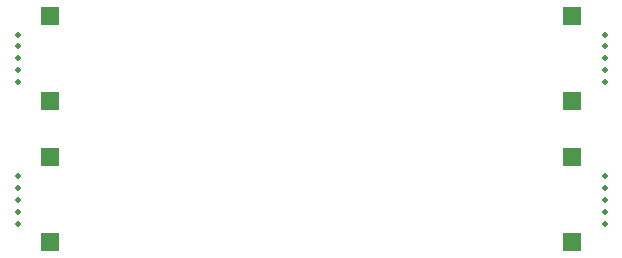
<source format=gbr>
G04 #@! TF.GenerationSoftware,KiCad,Pcbnew,(5.1.10)-1*
G04 #@! TF.CreationDate,2021-07-08T16:07:53-07:00*
G04 #@! TF.ProjectId,panelized,70616e65-6c69-47a6-9564-2e6b69636164,rev?*
G04 #@! TF.SameCoordinates,Original*
G04 #@! TF.FileFunction,Soldermask,Bot*
G04 #@! TF.FilePolarity,Negative*
%FSLAX46Y46*%
G04 Gerber Fmt 4.6, Leading zero omitted, Abs format (unit mm)*
G04 Created by KiCad (PCBNEW (5.1.10)-1) date 2021-07-08 16:07:53*
%MOMM*%
%LPD*%
G01*
G04 APERTURE LIST*
%ADD10C,0.500000*%
%ADD11R,1.600000X1.600000*%
G04 APERTURE END LIST*
D10*
X147850000Y-118500000D03*
X147850000Y-117500000D03*
X147850000Y-114500000D03*
X147850000Y-115500000D03*
X147850000Y-116500000D03*
X147850000Y-104500000D03*
X147850000Y-103500000D03*
X147850000Y-102500000D03*
X147850000Y-105500000D03*
X147850000Y-106500000D03*
X98150000Y-104500000D03*
X98150000Y-105500000D03*
X98150000Y-106500000D03*
X98150000Y-103500000D03*
X98150000Y-102500000D03*
X98150000Y-114500000D03*
X98150000Y-115500000D03*
X98150000Y-118500000D03*
X98150000Y-117500000D03*
X98150000Y-116500000D03*
D11*
X100900000Y-112900000D03*
X100900000Y-120100000D03*
X145100000Y-112900000D03*
X145100000Y-120100000D03*
X145100000Y-108100000D03*
X145100000Y-100900000D03*
X100900000Y-108100000D03*
X100900000Y-100900000D03*
M02*

</source>
